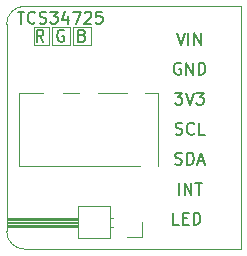
<source format=gbr>
G04 #@! TF.GenerationSoftware,KiCad,Pcbnew,(5.1.5)-3*
G04 #@! TF.CreationDate,2020-12-21T12:38:01+01:00*
G04 #@! TF.ProjectId,epimetheus_tcs34725,6570696d-6574-4686-9575-735f74637333,rev?*
G04 #@! TF.SameCoordinates,Original*
G04 #@! TF.FileFunction,Legend,Top*
G04 #@! TF.FilePolarity,Positive*
%FSLAX46Y46*%
G04 Gerber Fmt 4.6, Leading zero omitted, Abs format (unit mm)*
G04 Created by KiCad (PCBNEW (5.1.5)-3) date 2020-12-21 12:38:01*
%MOMM*%
%LPD*%
G04 APERTURE LIST*
%ADD10C,0.120000*%
%ADD11C,0.150000*%
G04 APERTURE END LIST*
D10*
X166624000Y-23876000D02*
X166624000Y-22352000D01*
X168148000Y-23876000D02*
X166624000Y-23876000D01*
X168148000Y-22352000D02*
X168148000Y-23876000D01*
X166624000Y-22352000D02*
X168148000Y-22352000D01*
X164846000Y-23876000D02*
X164846000Y-22352000D01*
X166370000Y-23876000D02*
X164846000Y-23876000D01*
X166370000Y-22352000D02*
X166370000Y-23876000D01*
X164846000Y-22352000D02*
X166370000Y-22352000D01*
X163322000Y-23876000D02*
X163322000Y-22352000D01*
X164592000Y-23876000D02*
X163322000Y-23876000D01*
X164592000Y-22352000D02*
X164592000Y-23876000D01*
X163322000Y-22352000D02*
X164592000Y-22352000D01*
D11*
X164155619Y-23566380D02*
X163822285Y-23090190D01*
X163584190Y-23566380D02*
X163584190Y-22566380D01*
X163965142Y-22566380D01*
X164060380Y-22614000D01*
X164108000Y-22661619D01*
X164155619Y-22756857D01*
X164155619Y-22899714D01*
X164108000Y-22994952D01*
X164060380Y-23042571D01*
X163965142Y-23090190D01*
X163584190Y-23090190D01*
X165869904Y-22614000D02*
X165774666Y-22566380D01*
X165631809Y-22566380D01*
X165488952Y-22614000D01*
X165393714Y-22709238D01*
X165346095Y-22804476D01*
X165298476Y-22994952D01*
X165298476Y-23137809D01*
X165346095Y-23328285D01*
X165393714Y-23423523D01*
X165488952Y-23518761D01*
X165631809Y-23566380D01*
X165727047Y-23566380D01*
X165869904Y-23518761D01*
X165917523Y-23471142D01*
X165917523Y-23137809D01*
X165727047Y-23137809D01*
X167441333Y-23042571D02*
X167584190Y-23090190D01*
X167631809Y-23137809D01*
X167679428Y-23233047D01*
X167679428Y-23375904D01*
X167631809Y-23471142D01*
X167584190Y-23518761D01*
X167488952Y-23566380D01*
X167108000Y-23566380D01*
X167108000Y-22566380D01*
X167441333Y-22566380D01*
X167536571Y-22614000D01*
X167584190Y-22661619D01*
X167631809Y-22756857D01*
X167631809Y-22852095D01*
X167584190Y-22947333D01*
X167536571Y-22994952D01*
X167441333Y-23042571D01*
X167108000Y-23042571D01*
X161965142Y-21042380D02*
X162536571Y-21042380D01*
X162250857Y-22042380D02*
X162250857Y-21042380D01*
X163441333Y-21947142D02*
X163393714Y-21994761D01*
X163250857Y-22042380D01*
X163155619Y-22042380D01*
X163012761Y-21994761D01*
X162917523Y-21899523D01*
X162869904Y-21804285D01*
X162822285Y-21613809D01*
X162822285Y-21470952D01*
X162869904Y-21280476D01*
X162917523Y-21185238D01*
X163012761Y-21090000D01*
X163155619Y-21042380D01*
X163250857Y-21042380D01*
X163393714Y-21090000D01*
X163441333Y-21137619D01*
X163822285Y-21994761D02*
X163965142Y-22042380D01*
X164203238Y-22042380D01*
X164298476Y-21994761D01*
X164346095Y-21947142D01*
X164393714Y-21851904D01*
X164393714Y-21756666D01*
X164346095Y-21661428D01*
X164298476Y-21613809D01*
X164203238Y-21566190D01*
X164012761Y-21518571D01*
X163917523Y-21470952D01*
X163869904Y-21423333D01*
X163822285Y-21328095D01*
X163822285Y-21232857D01*
X163869904Y-21137619D01*
X163917523Y-21090000D01*
X164012761Y-21042380D01*
X164250857Y-21042380D01*
X164393714Y-21090000D01*
X164727047Y-21042380D02*
X165346095Y-21042380D01*
X165012761Y-21423333D01*
X165155619Y-21423333D01*
X165250857Y-21470952D01*
X165298476Y-21518571D01*
X165346095Y-21613809D01*
X165346095Y-21851904D01*
X165298476Y-21947142D01*
X165250857Y-21994761D01*
X165155619Y-22042380D01*
X164869904Y-22042380D01*
X164774666Y-21994761D01*
X164727047Y-21947142D01*
X166203238Y-21375714D02*
X166203238Y-22042380D01*
X165965142Y-20994761D02*
X165727047Y-21709047D01*
X166346095Y-21709047D01*
X166631809Y-21042380D02*
X167298476Y-21042380D01*
X166869904Y-22042380D01*
X167631809Y-21137619D02*
X167679428Y-21090000D01*
X167774666Y-21042380D01*
X168012761Y-21042380D01*
X168108000Y-21090000D01*
X168155619Y-21137619D01*
X168203238Y-21232857D01*
X168203238Y-21328095D01*
X168155619Y-21470952D01*
X167584190Y-22042380D01*
X168203238Y-22042380D01*
X169108000Y-21042380D02*
X168631809Y-21042380D01*
X168584190Y-21518571D01*
X168631809Y-21470952D01*
X168727047Y-21423333D01*
X168965142Y-21423333D01*
X169060380Y-21470952D01*
X169108000Y-21518571D01*
X169155619Y-21613809D01*
X169155619Y-21851904D01*
X169108000Y-21947142D01*
X169060380Y-21994761D01*
X168965142Y-22042380D01*
X168727047Y-22042380D01*
X168631809Y-21994761D01*
X168584190Y-21947142D01*
D10*
X172466000Y-40132000D02*
X171196000Y-40132000D01*
X172466000Y-38862000D02*
X172466000Y-40132000D01*
X170086000Y-38482000D02*
X169756000Y-38482000D01*
X170086000Y-39242000D02*
X169756000Y-39242000D01*
X167096000Y-38582000D02*
X161096000Y-38582000D01*
X167096000Y-38702000D02*
X161096000Y-38702000D01*
X167096000Y-38822000D02*
X161096000Y-38822000D01*
X167096000Y-38942000D02*
X161096000Y-38942000D01*
X167096000Y-39062000D02*
X161096000Y-39062000D01*
X167096000Y-39182000D02*
X161096000Y-39182000D01*
X161096000Y-38482000D02*
X167096000Y-38482000D01*
X161096000Y-39242000D02*
X161096000Y-38482000D01*
X167096000Y-39242000D02*
X161096000Y-39242000D01*
X167096000Y-40192000D02*
X169756000Y-40192000D01*
X167096000Y-37532000D02*
X167096000Y-40192000D01*
X169756000Y-37532000D02*
X167096000Y-37532000D01*
X169756000Y-40192000D02*
X169756000Y-37532000D01*
X161036000Y-22098000D02*
G75*
G02X162560000Y-20574000I1524000J0D01*
G01*
X162560000Y-41148000D02*
G75*
G02X161036000Y-39624000I0J1524000D01*
G01*
X180848000Y-20574000D02*
X180848000Y-41148000D01*
X162560000Y-20574000D02*
X180848000Y-20574000D01*
X161036000Y-39624000D02*
X161036000Y-22098000D01*
X180848000Y-41148000D02*
X162560000Y-41148000D01*
X162052000Y-27888000D02*
X162052000Y-34088000D01*
X173873000Y-34088000D02*
X173873000Y-27888000D01*
X162052000Y-27888000D02*
X164148000Y-27888000D01*
X165798000Y-27888000D02*
X167148000Y-27888000D01*
X168798000Y-27888000D02*
X171198000Y-27888000D01*
X172748000Y-27888000D02*
X173873000Y-27888000D01*
X172298000Y-34088000D02*
X162052000Y-34088000D01*
D11*
X175434761Y-22820380D02*
X175768095Y-23820380D01*
X176101428Y-22820380D01*
X176434761Y-23820380D02*
X176434761Y-22820380D01*
X176910952Y-23820380D02*
X176910952Y-22820380D01*
X177482380Y-23820380D01*
X177482380Y-22820380D01*
X175768095Y-25408000D02*
X175672857Y-25360380D01*
X175530000Y-25360380D01*
X175387142Y-25408000D01*
X175291904Y-25503238D01*
X175244285Y-25598476D01*
X175196666Y-25788952D01*
X175196666Y-25931809D01*
X175244285Y-26122285D01*
X175291904Y-26217523D01*
X175387142Y-26312761D01*
X175530000Y-26360380D01*
X175625238Y-26360380D01*
X175768095Y-26312761D01*
X175815714Y-26265142D01*
X175815714Y-25931809D01*
X175625238Y-25931809D01*
X176244285Y-26360380D02*
X176244285Y-25360380D01*
X176815714Y-26360380D01*
X176815714Y-25360380D01*
X177291904Y-26360380D02*
X177291904Y-25360380D01*
X177530000Y-25360380D01*
X177672857Y-25408000D01*
X177768095Y-25503238D01*
X177815714Y-25598476D01*
X177863333Y-25788952D01*
X177863333Y-25931809D01*
X177815714Y-26122285D01*
X177768095Y-26217523D01*
X177672857Y-26312761D01*
X177530000Y-26360380D01*
X177291904Y-26360380D01*
X175291904Y-27900380D02*
X175910952Y-27900380D01*
X175577619Y-28281333D01*
X175720476Y-28281333D01*
X175815714Y-28328952D01*
X175863333Y-28376571D01*
X175910952Y-28471809D01*
X175910952Y-28709904D01*
X175863333Y-28805142D01*
X175815714Y-28852761D01*
X175720476Y-28900380D01*
X175434761Y-28900380D01*
X175339523Y-28852761D01*
X175291904Y-28805142D01*
X176196666Y-27900380D02*
X176530000Y-28900380D01*
X176863333Y-27900380D01*
X177101428Y-27900380D02*
X177720476Y-27900380D01*
X177387142Y-28281333D01*
X177530000Y-28281333D01*
X177625238Y-28328952D01*
X177672857Y-28376571D01*
X177720476Y-28471809D01*
X177720476Y-28709904D01*
X177672857Y-28805142D01*
X177625238Y-28852761D01*
X177530000Y-28900380D01*
X177244285Y-28900380D01*
X177149047Y-28852761D01*
X177101428Y-28805142D01*
X175339523Y-31392761D02*
X175482380Y-31440380D01*
X175720476Y-31440380D01*
X175815714Y-31392761D01*
X175863333Y-31345142D01*
X175910952Y-31249904D01*
X175910952Y-31154666D01*
X175863333Y-31059428D01*
X175815714Y-31011809D01*
X175720476Y-30964190D01*
X175530000Y-30916571D01*
X175434761Y-30868952D01*
X175387142Y-30821333D01*
X175339523Y-30726095D01*
X175339523Y-30630857D01*
X175387142Y-30535619D01*
X175434761Y-30488000D01*
X175530000Y-30440380D01*
X175768095Y-30440380D01*
X175910952Y-30488000D01*
X176910952Y-31345142D02*
X176863333Y-31392761D01*
X176720476Y-31440380D01*
X176625238Y-31440380D01*
X176482380Y-31392761D01*
X176387142Y-31297523D01*
X176339523Y-31202285D01*
X176291904Y-31011809D01*
X176291904Y-30868952D01*
X176339523Y-30678476D01*
X176387142Y-30583238D01*
X176482380Y-30488000D01*
X176625238Y-30440380D01*
X176720476Y-30440380D01*
X176863333Y-30488000D01*
X176910952Y-30535619D01*
X177815714Y-31440380D02*
X177339523Y-31440380D01*
X177339523Y-30440380D01*
X175315714Y-33932761D02*
X175458571Y-33980380D01*
X175696666Y-33980380D01*
X175791904Y-33932761D01*
X175839523Y-33885142D01*
X175887142Y-33789904D01*
X175887142Y-33694666D01*
X175839523Y-33599428D01*
X175791904Y-33551809D01*
X175696666Y-33504190D01*
X175506190Y-33456571D01*
X175410952Y-33408952D01*
X175363333Y-33361333D01*
X175315714Y-33266095D01*
X175315714Y-33170857D01*
X175363333Y-33075619D01*
X175410952Y-33028000D01*
X175506190Y-32980380D01*
X175744285Y-32980380D01*
X175887142Y-33028000D01*
X176315714Y-33980380D02*
X176315714Y-32980380D01*
X176553809Y-32980380D01*
X176696666Y-33028000D01*
X176791904Y-33123238D01*
X176839523Y-33218476D01*
X176887142Y-33408952D01*
X176887142Y-33551809D01*
X176839523Y-33742285D01*
X176791904Y-33837523D01*
X176696666Y-33932761D01*
X176553809Y-33980380D01*
X176315714Y-33980380D01*
X177268095Y-33694666D02*
X177744285Y-33694666D01*
X177172857Y-33980380D02*
X177506190Y-32980380D01*
X177839523Y-33980380D01*
X175625238Y-36520380D02*
X175625238Y-35520380D01*
X176101428Y-36520380D02*
X176101428Y-35520380D01*
X176672857Y-36520380D01*
X176672857Y-35520380D01*
X177006190Y-35520380D02*
X177577619Y-35520380D01*
X177291904Y-36520380D02*
X177291904Y-35520380D01*
X175633142Y-39060380D02*
X175156952Y-39060380D01*
X175156952Y-38060380D01*
X175966476Y-38536571D02*
X176299809Y-38536571D01*
X176442666Y-39060380D02*
X175966476Y-39060380D01*
X175966476Y-38060380D01*
X176442666Y-38060380D01*
X176871238Y-39060380D02*
X176871238Y-38060380D01*
X177109333Y-38060380D01*
X177252190Y-38108000D01*
X177347428Y-38203238D01*
X177395047Y-38298476D01*
X177442666Y-38488952D01*
X177442666Y-38631809D01*
X177395047Y-38822285D01*
X177347428Y-38917523D01*
X177252190Y-39012761D01*
X177109333Y-39060380D01*
X176871238Y-39060380D01*
M02*

</source>
